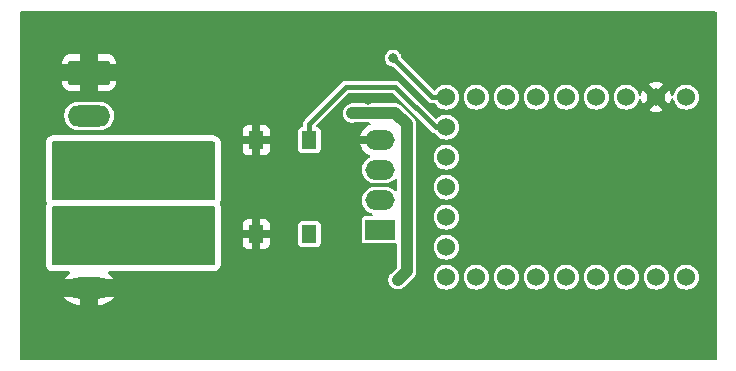
<source format=gbr>
%TF.GenerationSoftware,KiCad,Pcbnew,8.0.8*%
%TF.CreationDate,2025-10-03T16:42:55-04:00*%
%TF.ProjectId,RP2040_Count,52503230-3430-45f4-936f-756e742e6b69,v1*%
%TF.SameCoordinates,Original*%
%TF.FileFunction,Copper,L2,Bot*%
%TF.FilePolarity,Positive*%
%FSLAX46Y46*%
G04 Gerber Fmt 4.6, Leading zero omitted, Abs format (unit mm)*
G04 Created by KiCad (PCBNEW 8.0.8) date 2025-10-03 16:42:55*
%MOMM*%
%LPD*%
G01*
G04 APERTURE LIST*
G04 Aperture macros list*
%AMRoundRect*
0 Rectangle with rounded corners*
0 $1 Rounding radius*
0 $2 $3 $4 $5 $6 $7 $8 $9 X,Y pos of 4 corners*
0 Add a 4 corners polygon primitive as box body*
4,1,4,$2,$3,$4,$5,$6,$7,$8,$9,$2,$3,0*
0 Add four circle primitives for the rounded corners*
1,1,$1+$1,$2,$3*
1,1,$1+$1,$4,$5*
1,1,$1+$1,$6,$7*
1,1,$1+$1,$8,$9*
0 Add four rect primitives between the rounded corners*
20,1,$1+$1,$2,$3,$4,$5,0*
20,1,$1+$1,$4,$5,$6,$7,0*
20,1,$1+$1,$6,$7,$8,$9,0*
20,1,$1+$1,$8,$9,$2,$3,0*%
G04 Aperture macros list end*
%TA.AperFunction,ComponentPad*%
%ADD10C,1.524000*%
%TD*%
%TA.AperFunction,ComponentPad*%
%ADD11RoundRect,0.250000X-1.550000X0.650000X-1.550000X-0.650000X1.550000X-0.650000X1.550000X0.650000X0*%
%TD*%
%TA.AperFunction,ComponentPad*%
%ADD12O,3.600000X1.800000*%
%TD*%
%TA.AperFunction,ComponentPad*%
%ADD13RoundRect,0.291667X-1.508333X0.758333X-1.508333X-0.758333X1.508333X-0.758333X1.508333X0.758333X0*%
%TD*%
%TA.AperFunction,ComponentPad*%
%ADD14O,3.600000X2.100000*%
%TD*%
%TA.AperFunction,ComponentPad*%
%ADD15R,2.500000X1.700000*%
%TD*%
%TA.AperFunction,ComponentPad*%
%ADD16O,2.500000X1.700000*%
%TD*%
%TA.AperFunction,SMDPad,CuDef*%
%ADD17R,1.300000X1.550000*%
%TD*%
%TA.AperFunction,ViaPad*%
%ADD18C,0.800000*%
%TD*%
%TA.AperFunction,Conductor*%
%ADD19C,1.000000*%
%TD*%
%TA.AperFunction,Conductor*%
%ADD20C,0.400000*%
%TD*%
G04 APERTURE END LIST*
D10*
%TO.P,U5,1,5V*%
%TO.N,+5V*%
X155910000Y-79760000D03*
%TO.P,U5,2,GND*%
%TO.N,GND*%
X153370000Y-79760000D03*
%TO.P,U5,3,3V3*%
%TO.N,+3.3V*%
X150830000Y-79760000D03*
%TO.P,U5,4,GPIO29*%
%TO.N,unconnected-(U5-GPIO29-Pad4)*%
X148290000Y-79760000D03*
%TO.P,U5,5,GPIO28*%
%TO.N,unconnected-(U5-GPIO28-Pad5)*%
X145750000Y-79760000D03*
%TO.P,U5,6,GPIO27*%
%TO.N,unconnected-(U5-GPIO27-Pad6)*%
X143210000Y-79760000D03*
%TO.P,U5,7,GPIO26*%
%TO.N,unconnected-(U5-GPIO26-Pad7)_0*%
X140670000Y-79760000D03*
%TO.P,U5,8,GPIO15*%
%TO.N,unconnected-(U5-GPIO15-Pad8)_0*%
X138130000Y-79760000D03*
%TO.P,U5,9,GPIO14*%
%TO.N,OUT1*%
X135590000Y-79760000D03*
%TO.P,U5,10,GPIO13*%
%TO.N,SW1*%
X135600000Y-82300000D03*
%TO.P,U5,11,GPIO12*%
%TO.N,unconnected-(U5-GPIO12-Pad11)*%
X135600000Y-84840000D03*
%TO.P,U5,12,GPIO11*%
%TO.N,I2C_SCL*%
X135600000Y-87380000D03*
%TO.P,U5,13,GPIO10*%
%TO.N,I2C_SDA*%
X135600000Y-89920000D03*
%TO.P,U5,14,GPIO9*%
%TO.N,unconnected-(U5-GPIO9-Pad14)*%
X135600000Y-92460000D03*
%TO.P,U5,15,GPIO8*%
%TO.N,unconnected-(U5-GPIO8-Pad15)*%
X135590000Y-95000000D03*
%TO.P,U5,16,GPIO7*%
%TO.N,unconnected-(U5-GPIO7-Pad16)*%
X138130000Y-95000000D03*
%TO.P,U5,17,GPIO6*%
%TO.N,unconnected-(U5-GPIO6-Pad17)*%
X140670000Y-95000000D03*
%TO.P,U5,18,GPIO5*%
%TO.N,unconnected-(U5-GPIO5-Pad18)_0*%
X143210000Y-95000000D03*
%TO.P,U5,19,GPIO4*%
%TO.N,unconnected-(U5-GPIO4-Pad19)*%
X145750000Y-95000000D03*
%TO.P,U5,20,GPIO3*%
%TO.N,unconnected-(U5-GPIO3-Pad20)*%
X148290000Y-95000000D03*
%TO.P,U5,21,GPIO2*%
%TO.N,unconnected-(U5-GPIO2-Pad21)_0*%
X150830000Y-95000000D03*
%TO.P,U5,22,GPIO1*%
%TO.N,unconnected-(U5-GPIO1-Pad22)*%
X153370000Y-95000000D03*
%TO.P,U5,23,GPIO0*%
%TO.N,unconnected-(U5-GPIO0-Pad23)*%
X155910000Y-95000000D03*
%TD*%
D11*
%TO.P,TB1,1,P1*%
%TO.N,VIN1*%
X105357500Y-92112500D03*
D12*
%TO.P,TB1,2,P2*%
%TO.N,GND*%
X105357500Y-95922500D03*
%TD*%
D13*
%TO.P,J2,1,Pin_1*%
%TO.N,GND*%
X105357500Y-77680000D03*
D12*
%TO.P,J2,2,Pin_2*%
%TO.N,/DOUT1*%
X105357500Y-81340000D03*
D14*
%TO.P,J2,3,Pin_3*%
%TO.N,VOUT1*%
X105357500Y-85000000D03*
%TD*%
D15*
%TO.P,J3,1,Pin_1*%
%TO.N,I2C_SDA*%
X130000000Y-91000000D03*
D16*
%TO.P,J3,2,Pin_2*%
%TO.N,I2C_SCL*%
X130000000Y-88500000D03*
%TO.P,J3,3,Pin_3*%
%TO.N,+3.3V*%
X130000000Y-85900000D03*
%TO.P,J3,4,Pin_4*%
%TO.N,GND*%
X130000000Y-83400000D03*
%TD*%
D17*
%TO.P,SW1,1,1*%
%TO.N,SW1*%
X124000000Y-91350000D03*
X124000000Y-83400000D03*
%TO.P,SW1,2,2*%
%TO.N,GND*%
X119500000Y-91350000D03*
X119500000Y-83400000D03*
%TD*%
D18*
%TO.N,+5V*%
X127625000Y-81125000D03*
X131500000Y-95237500D03*
%TO.N,GND*%
X129000000Y-80000000D03*
X119900000Y-88900000D03*
X124400000Y-93900000D03*
X118000000Y-99000000D03*
X138200000Y-81900000D03*
X125800000Y-92300000D03*
X108000000Y-101000000D03*
X115900000Y-99000000D03*
X101000000Y-74000000D03*
X146000000Y-74000000D03*
X111800000Y-79500000D03*
X157000000Y-74000000D03*
X155900000Y-81900000D03*
X152000000Y-101000000D03*
X125600000Y-98000000D03*
X122200000Y-93900000D03*
X122200000Y-90700000D03*
X140000000Y-74000000D03*
X147050000Y-81900000D03*
X114200000Y-95100000D03*
X123300000Y-92900000D03*
X134000000Y-74000000D03*
X111800000Y-77100000D03*
X126500000Y-74000000D03*
X153700000Y-74200000D03*
X122000000Y-96500000D03*
X126000000Y-77500000D03*
X101000000Y-94500000D03*
X112800000Y-75400000D03*
X124400000Y-92900000D03*
X124000000Y-96500000D03*
X116000000Y-81500000D03*
X155900000Y-92800000D03*
X122000000Y-98000000D03*
X138100000Y-87400000D03*
X151450000Y-92800000D03*
X120500000Y-74000000D03*
X121200000Y-90700000D03*
X122900000Y-77400000D03*
X101000000Y-83500000D03*
X120200000Y-77400000D03*
X142625000Y-92800000D03*
X151475000Y-81900000D03*
X147000000Y-101000000D03*
X127950000Y-91100000D03*
X119700000Y-86900000D03*
X141000000Y-101000000D03*
X122200000Y-92900000D03*
X157500000Y-101000000D03*
X126000000Y-82000000D03*
X101000000Y-89000000D03*
X127000000Y-92300000D03*
X120100000Y-85600000D03*
X118200000Y-77700000D03*
X122200000Y-91800000D03*
X147000000Y-92800000D03*
X126900000Y-98000000D03*
X121000000Y-101000000D03*
X123000000Y-80900000D03*
X109000000Y-74000000D03*
X142625000Y-81900000D03*
X123000000Y-98000000D03*
X135000000Y-101000000D03*
X130600000Y-93200000D03*
X115000000Y-74000000D03*
X124000000Y-98000000D03*
X101000000Y-79700000D03*
X117500000Y-91100000D03*
X101000000Y-101000000D03*
X121300000Y-84000000D03*
X152300000Y-74200000D03*
X152300000Y-75600000D03*
X155900000Y-87500000D03*
X115900000Y-96600000D03*
X125800000Y-91100000D03*
X127000000Y-101000000D03*
X123300000Y-93900000D03*
X123000000Y-96500000D03*
X127000000Y-91100000D03*
X119600000Y-80900000D03*
X115000000Y-101000000D03*
X138200000Y-92800000D03*
%TO.N,VIN1*%
X113500000Y-90500000D03*
X114500000Y-90500000D03*
X112500000Y-93500000D03*
X115500000Y-92500000D03*
X115500000Y-89500000D03*
X111500000Y-93500000D03*
X113500000Y-89500000D03*
X111500000Y-90500000D03*
X112500000Y-89500000D03*
X113500000Y-93500000D03*
X110500000Y-89500000D03*
X114500000Y-89500000D03*
X114500000Y-93500000D03*
X110500000Y-93500000D03*
X115500000Y-93500000D03*
X111500000Y-89500000D03*
X115500000Y-91500000D03*
X115500000Y-90500000D03*
X110500000Y-91500000D03*
X110500000Y-90500000D03*
X112500000Y-90500000D03*
X110500000Y-92500000D03*
%TO.N,VOUT1*%
X115500000Y-86000000D03*
X115500000Y-85000000D03*
X112500000Y-84000000D03*
X111500000Y-84000000D03*
X115500000Y-84000000D03*
X115500000Y-87000000D03*
X110500000Y-85000000D03*
X112500000Y-88000000D03*
X114500000Y-84000000D03*
X110500000Y-86000000D03*
X111500000Y-88000000D03*
X113500000Y-88000000D03*
X110500000Y-88000000D03*
X110500000Y-87000000D03*
X111500000Y-87000000D03*
X115500000Y-88000000D03*
X110500000Y-84000000D03*
X114500000Y-87000000D03*
X113500000Y-84000000D03*
X113500000Y-87000000D03*
X112500000Y-87000000D03*
X114500000Y-88000000D03*
%TO.N,OUT1*%
X131100000Y-76450000D03*
%TD*%
D19*
%TO.N,+5V*%
X127625000Y-81125000D02*
X127650000Y-81100000D01*
X132250000Y-94487500D02*
X131500000Y-95237500D01*
X127650000Y-81100000D02*
X131300000Y-81100000D01*
X132250000Y-82050000D02*
X132250000Y-94487500D01*
X131300000Y-81100000D02*
X132250000Y-82050000D01*
D20*
%TO.N,SW1*%
X134700000Y-82300000D02*
X131300000Y-78900000D01*
X135600000Y-82300000D02*
X134700000Y-82300000D01*
X131300000Y-78900000D02*
X127100000Y-78900000D01*
X124000000Y-82000000D02*
X124000000Y-83400000D01*
X127100000Y-78900000D02*
X124000000Y-82000000D01*
%TO.N,OUT1*%
X131100000Y-76450000D02*
X134410000Y-79760000D01*
X134410000Y-79760000D02*
X135590000Y-79760000D01*
%TD*%
%TA.AperFunction,Conductor*%
%TO.N,GND*%
G36*
X158443039Y-72519685D02*
G01*
X158488794Y-72572489D01*
X158500000Y-72624000D01*
X158500000Y-101876000D01*
X158480315Y-101943039D01*
X158427511Y-101988794D01*
X158376000Y-102000000D01*
X99624000Y-102000000D01*
X99556961Y-101980315D01*
X99511206Y-101927511D01*
X99500000Y-101876000D01*
X99500000Y-96672500D01*
X103271912Y-96672500D01*
X103389637Y-96834535D01*
X103389642Y-96834541D01*
X103545458Y-96990357D01*
X103723739Y-97119886D01*
X103920089Y-97219932D01*
X104129664Y-97288026D01*
X104347319Y-97322500D01*
X104607500Y-97322500D01*
X104607500Y-96672500D01*
X106107500Y-96672500D01*
X106107500Y-97322500D01*
X106367681Y-97322500D01*
X106585335Y-97288026D01*
X106794910Y-97219932D01*
X106991260Y-97119886D01*
X107169541Y-96990357D01*
X107325357Y-96834541D01*
X107325362Y-96834535D01*
X107443087Y-96672500D01*
X106107500Y-96672500D01*
X104607500Y-96672500D01*
X103271912Y-96672500D01*
X99500000Y-96672500D01*
X99500000Y-96001491D01*
X104757500Y-96001491D01*
X104798389Y-96154091D01*
X104877381Y-96290908D01*
X104989092Y-96402619D01*
X105125909Y-96481611D01*
X105278509Y-96522500D01*
X105436491Y-96522500D01*
X105589091Y-96481611D01*
X105725908Y-96402619D01*
X105837619Y-96290908D01*
X105916611Y-96154091D01*
X105957500Y-96001491D01*
X105957500Y-95843509D01*
X105916611Y-95690909D01*
X105837619Y-95554092D01*
X105725908Y-95442381D01*
X105589091Y-95363389D01*
X105436491Y-95322500D01*
X105278509Y-95322500D01*
X105125909Y-95363389D01*
X104989092Y-95442381D01*
X104877381Y-95554092D01*
X104798389Y-95690909D01*
X104757500Y-95843509D01*
X104757500Y-96001491D01*
X99500000Y-96001491D01*
X99500000Y-93876000D01*
X101694500Y-93876000D01*
X101694501Y-93876009D01*
X101706052Y-93983450D01*
X101706054Y-93983462D01*
X101717260Y-94034972D01*
X101751383Y-94137497D01*
X101751386Y-94137503D01*
X101829171Y-94258537D01*
X101829179Y-94258548D01*
X101874923Y-94311340D01*
X101874926Y-94311343D01*
X101874930Y-94311347D01*
X101983664Y-94405567D01*
X101983667Y-94405568D01*
X101983668Y-94405569D01*
X102077925Y-94448616D01*
X102114541Y-94465338D01*
X102181580Y-94485023D01*
X102181584Y-94485024D01*
X102324000Y-94505500D01*
X102324003Y-94505500D01*
X103644378Y-94505500D01*
X103711417Y-94525185D01*
X103757172Y-94577989D01*
X103767116Y-94647147D01*
X103738091Y-94710703D01*
X103717264Y-94729818D01*
X103545458Y-94854642D01*
X103389642Y-95010458D01*
X103389637Y-95010464D01*
X103271912Y-95172499D01*
X103271912Y-95172500D01*
X107443088Y-95172500D01*
X107443087Y-95172499D01*
X107325362Y-95010464D01*
X107325357Y-95010458D01*
X107169541Y-94854642D01*
X106997736Y-94729818D01*
X106955071Y-94674488D01*
X106949092Y-94604875D01*
X106981698Y-94543080D01*
X107042537Y-94508722D01*
X107070622Y-94505500D01*
X115875990Y-94505500D01*
X115876000Y-94505500D01*
X115983456Y-94493947D01*
X116034967Y-94482741D01*
X116069197Y-94471347D01*
X116137497Y-94448616D01*
X116137501Y-94448613D01*
X116137504Y-94448613D01*
X116258543Y-94370825D01*
X116311347Y-94325070D01*
X116405567Y-94216336D01*
X116465338Y-94085459D01*
X116485023Y-94018420D01*
X116485024Y-94018416D01*
X116505500Y-93876000D01*
X116505500Y-91700000D01*
X118350000Y-91700000D01*
X118350000Y-92172844D01*
X118356401Y-92232372D01*
X118356403Y-92232379D01*
X118406645Y-92367086D01*
X118406649Y-92367093D01*
X118492809Y-92482187D01*
X118492812Y-92482190D01*
X118607906Y-92568350D01*
X118607913Y-92568354D01*
X118742620Y-92618596D01*
X118742627Y-92618598D01*
X118802155Y-92624999D01*
X118802172Y-92625000D01*
X119150000Y-92625000D01*
X119150000Y-91700000D01*
X119850000Y-91700000D01*
X119850000Y-92625000D01*
X120197828Y-92625000D01*
X120197844Y-92624999D01*
X120257372Y-92618598D01*
X120257379Y-92618596D01*
X120392086Y-92568354D01*
X120392093Y-92568350D01*
X120507187Y-92482190D01*
X120507190Y-92482187D01*
X120593350Y-92367093D01*
X120593354Y-92367086D01*
X120643596Y-92232379D01*
X120643598Y-92232372D01*
X120649999Y-92172844D01*
X120650000Y-92172827D01*
X120650000Y-92169856D01*
X123049500Y-92169856D01*
X123049502Y-92169882D01*
X123052413Y-92194987D01*
X123052415Y-92194991D01*
X123097793Y-92297764D01*
X123097794Y-92297765D01*
X123177235Y-92377206D01*
X123280009Y-92422585D01*
X123305135Y-92425500D01*
X124694864Y-92425499D01*
X124694879Y-92425497D01*
X124694882Y-92425497D01*
X124719987Y-92422586D01*
X124719988Y-92422585D01*
X124719991Y-92422585D01*
X124822765Y-92377206D01*
X124902206Y-92297765D01*
X124947585Y-92194991D01*
X124950500Y-92169865D01*
X124950499Y-90530136D01*
X124950497Y-90530117D01*
X124947586Y-90505012D01*
X124947585Y-90505010D01*
X124947585Y-90505009D01*
X124902206Y-90402235D01*
X124822765Y-90322794D01*
X124822763Y-90322793D01*
X124719992Y-90277415D01*
X124694865Y-90274500D01*
X123305143Y-90274500D01*
X123305117Y-90274502D01*
X123280012Y-90277413D01*
X123280008Y-90277415D01*
X123177235Y-90322793D01*
X123097794Y-90402234D01*
X123052415Y-90505006D01*
X123052415Y-90505008D01*
X123049500Y-90530131D01*
X123049500Y-92169856D01*
X120650000Y-92169856D01*
X120650000Y-91700000D01*
X119850000Y-91700000D01*
X119150000Y-91700000D01*
X118350000Y-91700000D01*
X116505500Y-91700000D01*
X116505500Y-91000000D01*
X118350000Y-91000000D01*
X119150000Y-91000000D01*
X119150000Y-90075000D01*
X119850000Y-90075000D01*
X119850000Y-91000000D01*
X120650000Y-91000000D01*
X120650000Y-90527172D01*
X120649999Y-90527155D01*
X120643598Y-90467627D01*
X120643596Y-90467620D01*
X120593354Y-90332913D01*
X120593350Y-90332906D01*
X120507190Y-90217812D01*
X120507187Y-90217809D01*
X120392093Y-90131649D01*
X120392086Y-90131645D01*
X120257379Y-90081403D01*
X120257372Y-90081401D01*
X120197844Y-90075000D01*
X119850000Y-90075000D01*
X119150000Y-90075000D01*
X118802155Y-90075000D01*
X118742627Y-90081401D01*
X118742620Y-90081403D01*
X118607913Y-90131645D01*
X118607906Y-90131649D01*
X118492812Y-90217809D01*
X118492809Y-90217812D01*
X118406649Y-90332906D01*
X118406645Y-90332913D01*
X118356403Y-90467620D01*
X118356401Y-90467627D01*
X118350000Y-90527155D01*
X118350000Y-91000000D01*
X116505500Y-91000000D01*
X116505500Y-89124000D01*
X116493947Y-89016544D01*
X116482741Y-88965033D01*
X116472289Y-88933629D01*
X116448616Y-88862502D01*
X116448613Y-88862497D01*
X116448613Y-88862496D01*
X116419565Y-88817297D01*
X116399881Y-88750260D01*
X116411087Y-88698748D01*
X116465338Y-88579959D01*
X116485023Y-88512920D01*
X116485024Y-88512916D01*
X116505500Y-88370500D01*
X116505500Y-83750000D01*
X118350000Y-83750000D01*
X118350000Y-84222844D01*
X118356401Y-84282372D01*
X118356403Y-84282379D01*
X118406645Y-84417086D01*
X118406649Y-84417093D01*
X118492809Y-84532187D01*
X118492812Y-84532190D01*
X118607906Y-84618350D01*
X118607913Y-84618354D01*
X118742620Y-84668596D01*
X118742627Y-84668598D01*
X118802155Y-84674999D01*
X118802172Y-84675000D01*
X119150000Y-84675000D01*
X119150000Y-83750000D01*
X119850000Y-83750000D01*
X119850000Y-84675000D01*
X120197828Y-84675000D01*
X120197844Y-84674999D01*
X120257372Y-84668598D01*
X120257379Y-84668596D01*
X120392086Y-84618354D01*
X120392093Y-84618350D01*
X120507187Y-84532190D01*
X120507190Y-84532187D01*
X120593350Y-84417093D01*
X120593354Y-84417086D01*
X120643596Y-84282379D01*
X120643598Y-84282372D01*
X120649999Y-84222844D01*
X120650000Y-84222827D01*
X120650000Y-84219856D01*
X123049500Y-84219856D01*
X123049502Y-84219882D01*
X123052413Y-84244987D01*
X123052415Y-84244991D01*
X123097793Y-84347764D01*
X123097794Y-84347765D01*
X123177235Y-84427206D01*
X123280009Y-84472585D01*
X123305135Y-84475500D01*
X124694864Y-84475499D01*
X124694879Y-84475497D01*
X124694882Y-84475497D01*
X124719987Y-84472586D01*
X124719988Y-84472585D01*
X124719991Y-84472585D01*
X124822765Y-84427206D01*
X124902206Y-84347765D01*
X124947585Y-84244991D01*
X124950500Y-84219865D01*
X124950499Y-82580136D01*
X124950497Y-82580117D01*
X124947586Y-82555012D01*
X124947585Y-82555010D01*
X124947585Y-82555009D01*
X124902206Y-82452235D01*
X124822765Y-82372794D01*
X124809097Y-82366759D01*
X124719992Y-82327415D01*
X124694868Y-82324500D01*
X124694865Y-82324500D01*
X124682676Y-82324500D01*
X124615637Y-82304815D01*
X124569882Y-82252011D01*
X124559938Y-82182853D01*
X124588963Y-82119297D01*
X124594995Y-82112819D01*
X125503968Y-81203846D01*
X126824500Y-81203846D01*
X126855261Y-81358489D01*
X126855264Y-81358501D01*
X126915602Y-81504172D01*
X126915609Y-81504185D01*
X127003210Y-81635288D01*
X127003213Y-81635292D01*
X127114707Y-81746786D01*
X127114711Y-81746789D01*
X127245814Y-81834390D01*
X127245827Y-81834397D01*
X127391498Y-81894735D01*
X127391503Y-81894737D01*
X127519438Y-81920185D01*
X127546153Y-81925499D01*
X127546156Y-81925500D01*
X127546158Y-81925500D01*
X127703844Y-81925500D01*
X127782354Y-81909882D01*
X127817545Y-81902882D01*
X127841736Y-81900500D01*
X129063388Y-81900500D01*
X129130427Y-81920185D01*
X129176182Y-81972989D01*
X129186126Y-82042147D01*
X129157101Y-82105703D01*
X129101706Y-82142431D01*
X129081782Y-82148904D01*
X128892442Y-82245379D01*
X128720540Y-82370272D01*
X128720535Y-82370276D01*
X128570276Y-82520535D01*
X128570272Y-82520540D01*
X128445379Y-82692442D01*
X128348907Y-82881777D01*
X128294248Y-83049999D01*
X128294248Y-83050000D01*
X129642894Y-83050000D01*
X129599901Y-83092993D01*
X129534075Y-83207007D01*
X129500000Y-83334174D01*
X129500000Y-83465826D01*
X129534075Y-83592993D01*
X129599901Y-83707007D01*
X129642894Y-83750000D01*
X128294248Y-83750000D01*
X128348907Y-83918222D01*
X128445379Y-84107557D01*
X128570272Y-84279459D01*
X128570276Y-84279464D01*
X128720535Y-84429723D01*
X128720540Y-84429727D01*
X128892442Y-84554620D01*
X129082511Y-84651466D01*
X129133307Y-84699441D01*
X129150102Y-84767262D01*
X129127565Y-84833397D01*
X129082512Y-84872435D01*
X128997004Y-84916004D01*
X128850505Y-85022441D01*
X128850500Y-85022445D01*
X128722445Y-85150500D01*
X128722441Y-85150505D01*
X128616006Y-85297002D01*
X128533788Y-85458360D01*
X128533787Y-85458363D01*
X128477829Y-85630589D01*
X128449500Y-85809448D01*
X128449500Y-85990551D01*
X128477829Y-86169410D01*
X128533787Y-86341636D01*
X128533788Y-86341639D01*
X128560279Y-86393629D01*
X128610549Y-86492289D01*
X128616006Y-86502997D01*
X128722441Y-86649494D01*
X128722445Y-86649499D01*
X128850500Y-86777554D01*
X128850505Y-86777558D01*
X128978287Y-86870396D01*
X128997006Y-86883996D01*
X129102484Y-86937740D01*
X129158360Y-86966211D01*
X129158363Y-86966212D01*
X129244476Y-86994191D01*
X129330591Y-87022171D01*
X129413429Y-87035291D01*
X129509449Y-87050500D01*
X129509454Y-87050500D01*
X130490551Y-87050500D01*
X130577259Y-87036765D01*
X130669409Y-87022171D01*
X130841639Y-86966211D01*
X131002994Y-86883996D01*
X131149501Y-86777553D01*
X131237819Y-86689235D01*
X131299142Y-86655750D01*
X131368834Y-86660734D01*
X131424767Y-86702606D01*
X131449184Y-86768070D01*
X131449500Y-86776916D01*
X131449500Y-87623084D01*
X131429815Y-87690123D01*
X131377011Y-87735878D01*
X131307853Y-87745822D01*
X131244297Y-87716797D01*
X131237819Y-87710765D01*
X131149499Y-87622445D01*
X131149494Y-87622441D01*
X131002997Y-87516006D01*
X131002996Y-87516005D01*
X131002994Y-87516004D01*
X130951300Y-87489664D01*
X130841639Y-87433788D01*
X130841636Y-87433787D01*
X130669410Y-87377829D01*
X130490551Y-87349500D01*
X130490546Y-87349500D01*
X129509454Y-87349500D01*
X129509449Y-87349500D01*
X129330589Y-87377829D01*
X129158363Y-87433787D01*
X129158360Y-87433788D01*
X128997002Y-87516006D01*
X128850505Y-87622441D01*
X128850500Y-87622445D01*
X128722445Y-87750500D01*
X128722441Y-87750505D01*
X128616006Y-87897002D01*
X128533788Y-88058360D01*
X128533787Y-88058363D01*
X128477829Y-88230589D01*
X128449500Y-88409448D01*
X128449500Y-88590551D01*
X128477829Y-88769410D01*
X128533787Y-88941636D01*
X128533788Y-88941639D01*
X128616006Y-89102997D01*
X128722441Y-89249494D01*
X128722445Y-89249499D01*
X128850500Y-89377554D01*
X128850505Y-89377558D01*
X128978287Y-89470396D01*
X128997006Y-89483996D01*
X129102484Y-89537740D01*
X129158360Y-89566211D01*
X129158366Y-89566213D01*
X129285650Y-89607569D01*
X129343326Y-89647006D01*
X129370525Y-89711364D01*
X129358611Y-89780210D01*
X129311367Y-89831687D01*
X129247333Y-89849500D01*
X128705143Y-89849500D01*
X128705117Y-89849502D01*
X128680012Y-89852413D01*
X128680008Y-89852415D01*
X128577235Y-89897793D01*
X128497794Y-89977234D01*
X128452415Y-90080006D01*
X128452415Y-90080008D01*
X128449500Y-90105131D01*
X128449500Y-91894856D01*
X128449502Y-91894882D01*
X128452413Y-91919987D01*
X128452415Y-91919991D01*
X128497793Y-92022764D01*
X128497794Y-92022765D01*
X128577235Y-92102206D01*
X128680009Y-92147585D01*
X128705135Y-92150500D01*
X131294864Y-92150499D01*
X131307933Y-92148983D01*
X131311214Y-92148603D01*
X131380075Y-92160433D01*
X131431609Y-92207613D01*
X131449500Y-92271777D01*
X131449500Y-94104559D01*
X131429815Y-94171598D01*
X131413181Y-94192240D01*
X130878213Y-94727207D01*
X130878210Y-94727211D01*
X130790609Y-94858314D01*
X130790602Y-94858327D01*
X130730264Y-95003998D01*
X130730261Y-95004010D01*
X130699500Y-95158653D01*
X130699500Y-95316346D01*
X130730261Y-95470989D01*
X130730264Y-95471001D01*
X130790602Y-95616672D01*
X130790609Y-95616685D01*
X130878210Y-95747788D01*
X130878213Y-95747792D01*
X130989707Y-95859286D01*
X130989711Y-95859289D01*
X131120814Y-95946890D01*
X131120827Y-95946897D01*
X131216125Y-95986370D01*
X131266503Y-96007237D01*
X131421153Y-96037999D01*
X131421156Y-96038000D01*
X131421158Y-96038000D01*
X131578844Y-96038000D01*
X131578845Y-96037999D01*
X131733497Y-96007237D01*
X131879179Y-95946894D01*
X132010289Y-95859289D01*
X132869578Y-95000000D01*
X134522359Y-95000000D01*
X134542872Y-95208284D01*
X134603629Y-95408571D01*
X134702291Y-95593153D01*
X134835063Y-95754936D01*
X134996846Y-95887708D01*
X134996850Y-95887711D01*
X135181431Y-95986372D01*
X135381714Y-96047127D01*
X135590000Y-96067641D01*
X135798286Y-96047127D01*
X135998569Y-95986372D01*
X136183150Y-95887711D01*
X136344936Y-95754936D01*
X136477711Y-95593150D01*
X136576372Y-95408569D01*
X136637127Y-95208286D01*
X136657641Y-95000000D01*
X137062359Y-95000000D01*
X137082872Y-95208284D01*
X137143629Y-95408571D01*
X137242291Y-95593153D01*
X137375063Y-95754936D01*
X137536846Y-95887708D01*
X137536850Y-95887711D01*
X137721431Y-95986372D01*
X137921714Y-96047127D01*
X138130000Y-96067641D01*
X138338286Y-96047127D01*
X138538569Y-95986372D01*
X138723150Y-95887711D01*
X138884936Y-95754936D01*
X139017711Y-95593150D01*
X139116372Y-95408569D01*
X139177127Y-95208286D01*
X139197641Y-95000000D01*
X139602359Y-95000000D01*
X139622872Y-95208284D01*
X139683629Y-95408571D01*
X139782291Y-95593153D01*
X139915063Y-95754936D01*
X140076846Y-95887708D01*
X140076850Y-95887711D01*
X140261431Y-95986372D01*
X140461714Y-96047127D01*
X140670000Y-96067641D01*
X140878286Y-96047127D01*
X141078569Y-95986372D01*
X141263150Y-95887711D01*
X141424936Y-95754936D01*
X141557711Y-95593150D01*
X141656372Y-95408569D01*
X141717127Y-95208286D01*
X141737641Y-95000000D01*
X142142359Y-95000000D01*
X142162872Y-95208284D01*
X142223629Y-95408571D01*
X142322291Y-95593153D01*
X142455063Y-95754936D01*
X142616846Y-95887708D01*
X142616850Y-95887711D01*
X142801431Y-95986372D01*
X143001714Y-96047127D01*
X143210000Y-96067641D01*
X143418286Y-96047127D01*
X143618569Y-95986372D01*
X143803150Y-95887711D01*
X143964936Y-95754936D01*
X144097711Y-95593150D01*
X144196372Y-95408569D01*
X144257127Y-95208286D01*
X144277641Y-95000000D01*
X144682359Y-95000000D01*
X144702872Y-95208284D01*
X144763629Y-95408571D01*
X144862291Y-95593153D01*
X144995063Y-95754936D01*
X145156846Y-95887708D01*
X145156850Y-95887711D01*
X145341431Y-95986372D01*
X145541714Y-96047127D01*
X145750000Y-96067641D01*
X145958286Y-96047127D01*
X146158569Y-95986372D01*
X146343150Y-95887711D01*
X146504936Y-95754936D01*
X146637711Y-95593150D01*
X146736372Y-95408569D01*
X146797127Y-95208286D01*
X146817641Y-95000000D01*
X147222359Y-95000000D01*
X147242872Y-95208284D01*
X147303629Y-95408571D01*
X147402291Y-95593153D01*
X147535063Y-95754936D01*
X147696846Y-95887708D01*
X147696850Y-95887711D01*
X147881431Y-95986372D01*
X148081714Y-96047127D01*
X148290000Y-96067641D01*
X148498286Y-96047127D01*
X148698569Y-95986372D01*
X148883150Y-95887711D01*
X149044936Y-95754936D01*
X149177711Y-95593150D01*
X149276372Y-95408569D01*
X149337127Y-95208286D01*
X149357641Y-95000000D01*
X149762359Y-95000000D01*
X149782872Y-95208284D01*
X149843629Y-95408571D01*
X149942291Y-95593153D01*
X150075063Y-95754936D01*
X150236846Y-95887708D01*
X150236850Y-95887711D01*
X150421431Y-95986372D01*
X150621714Y-96047127D01*
X150830000Y-96067641D01*
X151038286Y-96047127D01*
X151238569Y-95986372D01*
X151423150Y-95887711D01*
X151584936Y-95754936D01*
X151717711Y-95593150D01*
X151816372Y-95408569D01*
X151877127Y-95208286D01*
X151897641Y-95000000D01*
X152302359Y-95000000D01*
X152322872Y-95208284D01*
X152383629Y-95408571D01*
X152482291Y-95593153D01*
X152615063Y-95754936D01*
X152776846Y-95887708D01*
X152776850Y-95887711D01*
X152961431Y-95986372D01*
X153161714Y-96047127D01*
X153370000Y-96067641D01*
X153578286Y-96047127D01*
X153778569Y-95986372D01*
X153963150Y-95887711D01*
X154124936Y-95754936D01*
X154257711Y-95593150D01*
X154356372Y-95408569D01*
X154417127Y-95208286D01*
X154437641Y-95000000D01*
X154842359Y-95000000D01*
X154862872Y-95208284D01*
X154923629Y-95408571D01*
X155022291Y-95593153D01*
X155155063Y-95754936D01*
X155316846Y-95887708D01*
X155316850Y-95887711D01*
X155501431Y-95986372D01*
X155701714Y-96047127D01*
X155910000Y-96067641D01*
X156118286Y-96047127D01*
X156318569Y-95986372D01*
X156503150Y-95887711D01*
X156664936Y-95754936D01*
X156797711Y-95593150D01*
X156896372Y-95408569D01*
X156957127Y-95208286D01*
X156977641Y-95000000D01*
X156957127Y-94791714D01*
X156896372Y-94591431D01*
X156797711Y-94406850D01*
X156796658Y-94405567D01*
X156664936Y-94245063D01*
X156503153Y-94112291D01*
X156503151Y-94112290D01*
X156503150Y-94112289D01*
X156318569Y-94013628D01*
X156218427Y-93983250D01*
X156118284Y-93952872D01*
X155910000Y-93932359D01*
X155701715Y-93952872D01*
X155501428Y-94013629D01*
X155316846Y-94112291D01*
X155155063Y-94245063D01*
X155022291Y-94406846D01*
X154923629Y-94591428D01*
X154862872Y-94791715D01*
X154842359Y-95000000D01*
X154437641Y-95000000D01*
X154417127Y-94791714D01*
X154356372Y-94591431D01*
X154257711Y-94406850D01*
X154256658Y-94405567D01*
X154124936Y-94245063D01*
X153963153Y-94112291D01*
X153963151Y-94112290D01*
X153963150Y-94112289D01*
X153778569Y-94013628D01*
X153678427Y-93983250D01*
X153578284Y-93952872D01*
X153370000Y-93932359D01*
X153161715Y-93952872D01*
X152961428Y-94013629D01*
X152776846Y-94112291D01*
X152615063Y-94245063D01*
X152482291Y-94406846D01*
X152383629Y-94591428D01*
X152322872Y-94791715D01*
X152302359Y-95000000D01*
X151897641Y-95000000D01*
X151877127Y-94791714D01*
X151816372Y-94591431D01*
X151717711Y-94406850D01*
X151716658Y-94405567D01*
X151584936Y-94245063D01*
X151423153Y-94112291D01*
X151423151Y-94112290D01*
X151423150Y-94112289D01*
X151238569Y-94013628D01*
X151138427Y-93983250D01*
X151038284Y-93952872D01*
X150830000Y-93932359D01*
X150621715Y-93952872D01*
X150421428Y-94013629D01*
X150236846Y-94112291D01*
X150075063Y-94245063D01*
X149942291Y-94406846D01*
X149843629Y-94591428D01*
X149782872Y-94791715D01*
X149762359Y-95000000D01*
X149357641Y-95000000D01*
X149337127Y-94791714D01*
X149276372Y-94591431D01*
X149177711Y-94406850D01*
X149176658Y-94405567D01*
X149044936Y-94245063D01*
X148883153Y-94112291D01*
X148883151Y-94112290D01*
X148883150Y-94112289D01*
X148698569Y-94013628D01*
X148598427Y-93983250D01*
X148498284Y-93952872D01*
X148290000Y-93932359D01*
X148081715Y-93952872D01*
X147881428Y-94013629D01*
X147696846Y-94112291D01*
X147535063Y-94245063D01*
X147402291Y-94406846D01*
X147303629Y-94591428D01*
X147242872Y-94791715D01*
X147222359Y-95000000D01*
X146817641Y-95000000D01*
X146797127Y-94791714D01*
X146736372Y-94591431D01*
X146637711Y-94406850D01*
X146636658Y-94405567D01*
X146504936Y-94245063D01*
X146343153Y-94112291D01*
X146343151Y-94112290D01*
X146343150Y-94112289D01*
X146158569Y-94013628D01*
X146058427Y-93983250D01*
X145958284Y-93952872D01*
X145750000Y-93932359D01*
X145541715Y-93952872D01*
X145341428Y-94013629D01*
X145156846Y-94112291D01*
X144995063Y-94245063D01*
X144862291Y-94406846D01*
X144763629Y-94591428D01*
X144702872Y-94791715D01*
X144682359Y-95000000D01*
X144277641Y-95000000D01*
X144257127Y-94791714D01*
X144196372Y-94591431D01*
X144097711Y-94406850D01*
X144096658Y-94405567D01*
X143964936Y-94245063D01*
X143803153Y-94112291D01*
X143803151Y-94112290D01*
X143803150Y-94112289D01*
X143618569Y-94013628D01*
X143518427Y-93983250D01*
X143418284Y-93952872D01*
X143210000Y-93932359D01*
X143001715Y-93952872D01*
X142801428Y-94013629D01*
X142616846Y-94112291D01*
X142455063Y-94245063D01*
X142322291Y-94406846D01*
X142223629Y-94591428D01*
X142162872Y-94791715D01*
X142142359Y-95000000D01*
X141737641Y-95000000D01*
X141717127Y-94791714D01*
X141656372Y-94591431D01*
X141557711Y-94406850D01*
X141556658Y-94405567D01*
X141424936Y-94245063D01*
X141263153Y-94112291D01*
X141263151Y-94112290D01*
X141263150Y-94112289D01*
X141078569Y-94013628D01*
X140978427Y-93983250D01*
X140878284Y-93952872D01*
X140670000Y-93932359D01*
X140461715Y-93952872D01*
X140261428Y-94013629D01*
X140076846Y-94112291D01*
X139915063Y-94245063D01*
X139782291Y-94406846D01*
X139683629Y-94591428D01*
X139622872Y-94791715D01*
X139602359Y-95000000D01*
X139197641Y-95000000D01*
X139177127Y-94791714D01*
X139116372Y-94591431D01*
X139017711Y-94406850D01*
X139016658Y-94405567D01*
X138884936Y-94245063D01*
X138723153Y-94112291D01*
X138723151Y-94112290D01*
X138723150Y-94112289D01*
X138538569Y-94013628D01*
X138438427Y-93983250D01*
X138338284Y-93952872D01*
X138130000Y-93932359D01*
X137921715Y-93952872D01*
X137721428Y-94013629D01*
X137536846Y-94112291D01*
X137375063Y-94245063D01*
X137242291Y-94406846D01*
X137143629Y-94591428D01*
X137082872Y-94791715D01*
X137062359Y-95000000D01*
X136657641Y-95000000D01*
X136637127Y-94791714D01*
X136576372Y-94591431D01*
X136477711Y-94406850D01*
X136476658Y-94405567D01*
X136344936Y-94245063D01*
X136183153Y-94112291D01*
X136183151Y-94112290D01*
X136183150Y-94112289D01*
X135998569Y-94013628D01*
X135898427Y-93983250D01*
X135798284Y-93952872D01*
X135590000Y-93932359D01*
X135381715Y-93952872D01*
X135181428Y-94013629D01*
X134996846Y-94112291D01*
X134835063Y-94245063D01*
X134702291Y-94406846D01*
X134603629Y-94591428D01*
X134542872Y-94791715D01*
X134522359Y-95000000D01*
X132869578Y-95000000D01*
X132871789Y-94997789D01*
X132915161Y-94932878D01*
X132959394Y-94866679D01*
X132962854Y-94858327D01*
X133017163Y-94727211D01*
X133019737Y-94720997D01*
X133028451Y-94677189D01*
X133034427Y-94647147D01*
X133050500Y-94566345D01*
X133050500Y-92460000D01*
X134532359Y-92460000D01*
X134552872Y-92668284D01*
X134613629Y-92868571D01*
X134712291Y-93053153D01*
X134845063Y-93214936D01*
X135006846Y-93347708D01*
X135006850Y-93347711D01*
X135191431Y-93446372D01*
X135391714Y-93507127D01*
X135600000Y-93527641D01*
X135808286Y-93507127D01*
X136008569Y-93446372D01*
X136193150Y-93347711D01*
X136354936Y-93214936D01*
X136487711Y-93053150D01*
X136586372Y-92868569D01*
X136647127Y-92668286D01*
X136667641Y-92460000D01*
X136647127Y-92251714D01*
X136586372Y-92051431D01*
X136487711Y-91866850D01*
X136487708Y-91866846D01*
X136354936Y-91705063D01*
X136193153Y-91572291D01*
X136193151Y-91572290D01*
X136193150Y-91572289D01*
X136008569Y-91473628D01*
X135908427Y-91443250D01*
X135808284Y-91412872D01*
X135600000Y-91392359D01*
X135391715Y-91412872D01*
X135191428Y-91473629D01*
X135006846Y-91572291D01*
X134845063Y-91705063D01*
X134712291Y-91866846D01*
X134613629Y-92051428D01*
X134552872Y-92251715D01*
X134532359Y-92460000D01*
X133050500Y-92460000D01*
X133050500Y-89920000D01*
X134532359Y-89920000D01*
X134552872Y-90128284D01*
X134552873Y-90128286D01*
X134613628Y-90328569D01*
X134707939Y-90505012D01*
X134712291Y-90513153D01*
X134845063Y-90674936D01*
X135006846Y-90807708D01*
X135006850Y-90807711D01*
X135191431Y-90906372D01*
X135391714Y-90967127D01*
X135600000Y-90987641D01*
X135808286Y-90967127D01*
X136008569Y-90906372D01*
X136193150Y-90807711D01*
X136354936Y-90674936D01*
X136487711Y-90513150D01*
X136586372Y-90328569D01*
X136647127Y-90128286D01*
X136667641Y-89920000D01*
X136647127Y-89711714D01*
X136586372Y-89511431D01*
X136487711Y-89326850D01*
X136487708Y-89326846D01*
X136354936Y-89165063D01*
X136193153Y-89032291D01*
X136193151Y-89032290D01*
X136193150Y-89032289D01*
X136035942Y-88948259D01*
X136008571Y-88933629D01*
X136008570Y-88933628D01*
X136008569Y-88933628D01*
X135908427Y-88903250D01*
X135808284Y-88872872D01*
X135600000Y-88852359D01*
X135391715Y-88872872D01*
X135191428Y-88933629D01*
X135006846Y-89032291D01*
X134845063Y-89165063D01*
X134712291Y-89326846D01*
X134613629Y-89511428D01*
X134552872Y-89711715D01*
X134532359Y-89920000D01*
X133050500Y-89920000D01*
X133050500Y-87380000D01*
X134532359Y-87380000D01*
X134552872Y-87588284D01*
X134563429Y-87623084D01*
X134602081Y-87750505D01*
X134613629Y-87788571D01*
X134712291Y-87973153D01*
X134845063Y-88134936D01*
X134961619Y-88230591D01*
X135006850Y-88267711D01*
X135191431Y-88366372D01*
X135391714Y-88427127D01*
X135600000Y-88447641D01*
X135808286Y-88427127D01*
X136008569Y-88366372D01*
X136193150Y-88267711D01*
X136354936Y-88134936D01*
X136487711Y-87973150D01*
X136586372Y-87788569D01*
X136647127Y-87588286D01*
X136667641Y-87380000D01*
X136647127Y-87171714D01*
X136586372Y-86971431D01*
X136487711Y-86786850D01*
X136487708Y-86786846D01*
X136354936Y-86625063D01*
X136193153Y-86492291D01*
X136193151Y-86492290D01*
X136193150Y-86492289D01*
X136008569Y-86393628D01*
X135908427Y-86363250D01*
X135808284Y-86332872D01*
X135600000Y-86312359D01*
X135391715Y-86332872D01*
X135191428Y-86393629D01*
X135006846Y-86492291D01*
X134845063Y-86625063D01*
X134712291Y-86786846D01*
X134613629Y-86971428D01*
X134552872Y-87171715D01*
X134532359Y-87380000D01*
X133050500Y-87380000D01*
X133050500Y-84840000D01*
X134532359Y-84840000D01*
X134552872Y-85048284D01*
X134579444Y-85135878D01*
X134613628Y-85248569D01*
X134708234Y-85425564D01*
X134712291Y-85433153D01*
X134845063Y-85594936D01*
X135006846Y-85727708D01*
X135006850Y-85727711D01*
X135191431Y-85826372D01*
X135391714Y-85887127D01*
X135600000Y-85907641D01*
X135808286Y-85887127D01*
X136008569Y-85826372D01*
X136193150Y-85727711D01*
X136354936Y-85594936D01*
X136487711Y-85433150D01*
X136586372Y-85248569D01*
X136647127Y-85048286D01*
X136667641Y-84840000D01*
X136647127Y-84631714D01*
X136586372Y-84431431D01*
X136487711Y-84246850D01*
X136486187Y-84244993D01*
X136354936Y-84085063D01*
X136193153Y-83952291D01*
X136193151Y-83952290D01*
X136193150Y-83952289D01*
X136008569Y-83853628D01*
X135908427Y-83823250D01*
X135808284Y-83792872D01*
X135600000Y-83772359D01*
X135391715Y-83792872D01*
X135191428Y-83853629D01*
X135006846Y-83952291D01*
X134845063Y-84085063D01*
X134712291Y-84246846D01*
X134613629Y-84431428D01*
X134552872Y-84631715D01*
X134532359Y-84840000D01*
X133050500Y-84840000D01*
X133050500Y-81971155D01*
X133050499Y-81971153D01*
X133034641Y-81891431D01*
X133019737Y-81816503D01*
X132990861Y-81746789D01*
X132959397Y-81670827D01*
X132959390Y-81670814D01*
X132871790Y-81539712D01*
X132836250Y-81504172D01*
X132760289Y-81428211D01*
X132339651Y-81007573D01*
X131810292Y-80478213D01*
X131810288Y-80478210D01*
X131679185Y-80390609D01*
X131679172Y-80390602D01*
X131533501Y-80330264D01*
X131533489Y-80330261D01*
X131378845Y-80299500D01*
X131378842Y-80299500D01*
X127728842Y-80299500D01*
X127571157Y-80299500D01*
X127571154Y-80299500D01*
X127416509Y-80330261D01*
X127416497Y-80330264D01*
X127373832Y-80347936D01*
X127373833Y-80347937D01*
X127270823Y-80390604D01*
X127270815Y-80390609D01*
X127145855Y-80474106D01*
X127145853Y-80474107D01*
X127139711Y-80478210D01*
X127139706Y-80478214D01*
X127003213Y-80614707D01*
X127003210Y-80614711D01*
X126915609Y-80745814D01*
X126915602Y-80745827D01*
X126855264Y-80891498D01*
X126855261Y-80891510D01*
X126824500Y-81046153D01*
X126824500Y-81203846D01*
X125503968Y-81203846D01*
X127270995Y-79436819D01*
X127332318Y-79403334D01*
X127358676Y-79400500D01*
X131041324Y-79400500D01*
X131108363Y-79420185D01*
X131129005Y-79436819D01*
X134392686Y-82700500D01*
X134506814Y-82766392D01*
X134615633Y-82795550D01*
X134675293Y-82831914D01*
X134692897Y-82856870D01*
X134712291Y-82893153D01*
X134845063Y-83054936D01*
X134991276Y-83174930D01*
X135006850Y-83187711D01*
X135191431Y-83286372D01*
X135391714Y-83347127D01*
X135600000Y-83367641D01*
X135808286Y-83347127D01*
X136008569Y-83286372D01*
X136193150Y-83187711D01*
X136354936Y-83054936D01*
X136487711Y-82893150D01*
X136586372Y-82708569D01*
X136647127Y-82508286D01*
X136667641Y-82300000D01*
X136647127Y-82091714D01*
X136586372Y-81891431D01*
X136487711Y-81706850D01*
X136476087Y-81692686D01*
X136354936Y-81545063D01*
X136193153Y-81412291D01*
X136193151Y-81412290D01*
X136193150Y-81412289D01*
X136008569Y-81313628D01*
X135908427Y-81283250D01*
X135808284Y-81252872D01*
X135600000Y-81232359D01*
X135391715Y-81252872D01*
X135191428Y-81313629D01*
X135006846Y-81412291D01*
X134845061Y-81545065D01*
X134840756Y-81549371D01*
X134839889Y-81548504D01*
X134787460Y-81584204D01*
X134717615Y-81586062D01*
X134661693Y-81553879D01*
X133974861Y-80867047D01*
X152757926Y-80867047D01*
X152936720Y-80950420D01*
X152936729Y-80950424D01*
X153150013Y-81007573D01*
X153150023Y-81007575D01*
X153369999Y-81026821D01*
X153370001Y-81026821D01*
X153589976Y-81007575D01*
X153589986Y-81007573D01*
X153803270Y-80950424D01*
X153803279Y-80950420D01*
X153982073Y-80867048D01*
X153370001Y-80254975D01*
X153370000Y-80254975D01*
X152757926Y-80867047D01*
X133974861Y-80867047D01*
X131607316Y-78499502D01*
X131607314Y-78499500D01*
X131550250Y-78466554D01*
X131493187Y-78433608D01*
X131386418Y-78405000D01*
X131365892Y-78399500D01*
X127165892Y-78399500D01*
X127034108Y-78399500D01*
X126906812Y-78433608D01*
X126792686Y-78499500D01*
X126792683Y-78499502D01*
X123599502Y-81692683D01*
X123599500Y-81692686D01*
X123533608Y-81806812D01*
X123499500Y-81934108D01*
X123499500Y-82200500D01*
X123479815Y-82267539D01*
X123427011Y-82313294D01*
X123375502Y-82324500D01*
X123305143Y-82324500D01*
X123305118Y-82324502D01*
X123280011Y-82327414D01*
X123280008Y-82327415D01*
X123177235Y-82372793D01*
X123097794Y-82452234D01*
X123052415Y-82555006D01*
X123052415Y-82555008D01*
X123049500Y-82580131D01*
X123049500Y-84219856D01*
X120650000Y-84219856D01*
X120650000Y-83750000D01*
X119850000Y-83750000D01*
X119150000Y-83750000D01*
X118350000Y-83750000D01*
X116505500Y-83750000D01*
X116505500Y-83624000D01*
X116493947Y-83516544D01*
X116482741Y-83465033D01*
X116482637Y-83464722D01*
X116448616Y-83362502D01*
X116448613Y-83362496D01*
X116370828Y-83241462D01*
X116370825Y-83241457D01*
X116340974Y-83207007D01*
X116325076Y-83188659D01*
X116325072Y-83188656D01*
X116325070Y-83188653D01*
X116216336Y-83094433D01*
X116216333Y-83094431D01*
X116216331Y-83094430D01*
X116119045Y-83050000D01*
X118350000Y-83050000D01*
X119150000Y-83050000D01*
X119150000Y-82125000D01*
X119850000Y-82125000D01*
X119850000Y-83050000D01*
X120650000Y-83050000D01*
X120650000Y-82577172D01*
X120649999Y-82577155D01*
X120643598Y-82517627D01*
X120643596Y-82517620D01*
X120593354Y-82382913D01*
X120593350Y-82382906D01*
X120507190Y-82267812D01*
X120507187Y-82267809D01*
X120392093Y-82181649D01*
X120392086Y-82181645D01*
X120257379Y-82131403D01*
X120257372Y-82131401D01*
X120197844Y-82125000D01*
X119850000Y-82125000D01*
X119150000Y-82125000D01*
X118802155Y-82125000D01*
X118742627Y-82131401D01*
X118742620Y-82131403D01*
X118607913Y-82181645D01*
X118607906Y-82181649D01*
X118492812Y-82267809D01*
X118492809Y-82267812D01*
X118406649Y-82382906D01*
X118406645Y-82382913D01*
X118356403Y-82517620D01*
X118356401Y-82517627D01*
X118350000Y-82577155D01*
X118350000Y-83050000D01*
X116119045Y-83050000D01*
X116085465Y-83034664D01*
X116085460Y-83034662D01*
X116085459Y-83034662D01*
X116018420Y-83014977D01*
X116018422Y-83014977D01*
X116018417Y-83014976D01*
X115956347Y-83006052D01*
X115876000Y-82994500D01*
X102324000Y-82994500D01*
X102323991Y-82994500D01*
X102323990Y-82994501D01*
X102216549Y-83006052D01*
X102216537Y-83006054D01*
X102165027Y-83017260D01*
X102062502Y-83051383D01*
X102062496Y-83051386D01*
X101941462Y-83129171D01*
X101941451Y-83129179D01*
X101888659Y-83174923D01*
X101794433Y-83283664D01*
X101794430Y-83283668D01*
X101734664Y-83414534D01*
X101714976Y-83481582D01*
X101709949Y-83516549D01*
X101694500Y-83624000D01*
X101694500Y-88370500D01*
X101694501Y-88370509D01*
X101706052Y-88477950D01*
X101706054Y-88477962D01*
X101717260Y-88529472D01*
X101751383Y-88631997D01*
X101751386Y-88632003D01*
X101780433Y-88677200D01*
X101800118Y-88744240D01*
X101788912Y-88795752D01*
X101734664Y-88914534D01*
X101714976Y-88981582D01*
X101701325Y-89076528D01*
X101694500Y-89124000D01*
X101694500Y-93876000D01*
X99500000Y-93876000D01*
X99500000Y-81434486D01*
X103257000Y-81434486D01*
X103286559Y-81621118D01*
X103344954Y-81800836D01*
X103392800Y-81894738D01*
X103430740Y-81969199D01*
X103541810Y-82122073D01*
X103675427Y-82255690D01*
X103828301Y-82366760D01*
X103907847Y-82407290D01*
X103996663Y-82452545D01*
X103996665Y-82452545D01*
X103996668Y-82452547D01*
X104092997Y-82483846D01*
X104176381Y-82510940D01*
X104363014Y-82540500D01*
X104363019Y-82540500D01*
X106351986Y-82540500D01*
X106538618Y-82510940D01*
X106546792Y-82508284D01*
X106718332Y-82452547D01*
X106886699Y-82366760D01*
X107039573Y-82255690D01*
X107173190Y-82122073D01*
X107284260Y-81969199D01*
X107370047Y-81800832D01*
X107428440Y-81621118D01*
X107434287Y-81584204D01*
X107458000Y-81434486D01*
X107458000Y-81245513D01*
X107428440Y-81058881D01*
X107370045Y-80879163D01*
X107302383Y-80746370D01*
X107284260Y-80710801D01*
X107173190Y-80557927D01*
X107039573Y-80424310D01*
X106886699Y-80313240D01*
X106821825Y-80280185D01*
X106718336Y-80227454D01*
X106538618Y-80169059D01*
X106351986Y-80139500D01*
X106351981Y-80139500D01*
X104363019Y-80139500D01*
X104363014Y-80139500D01*
X104176381Y-80169059D01*
X103996663Y-80227454D01*
X103828300Y-80313240D01*
X103747325Y-80372073D01*
X103675427Y-80424310D01*
X103675425Y-80424312D01*
X103675424Y-80424312D01*
X103541812Y-80557924D01*
X103541812Y-80557925D01*
X103541810Y-80557927D01*
X103500557Y-80614707D01*
X103430740Y-80710800D01*
X103344954Y-80879163D01*
X103286559Y-81058881D01*
X103257000Y-81245513D01*
X103257000Y-81434486D01*
X99500000Y-81434486D01*
X99500000Y-78430000D01*
X103057500Y-78430000D01*
X103057500Y-78482796D01*
X103072463Y-78615601D01*
X103072465Y-78615612D01*
X103131386Y-78783997D01*
X103131391Y-78784007D01*
X103226296Y-78935046D01*
X103226301Y-78935052D01*
X103352447Y-79061198D01*
X103352453Y-79061203D01*
X103503492Y-79156108D01*
X103503502Y-79156113D01*
X103671887Y-79215034D01*
X103671898Y-79215036D01*
X103804703Y-79229999D01*
X103804707Y-79230000D01*
X104607500Y-79230000D01*
X104607500Y-78430000D01*
X106107500Y-78430000D01*
X106107500Y-79230000D01*
X106910293Y-79230000D01*
X106910296Y-79229999D01*
X107043101Y-79215036D01*
X107043112Y-79215034D01*
X107211497Y-79156113D01*
X107211507Y-79156108D01*
X107362546Y-79061203D01*
X107362552Y-79061198D01*
X107488698Y-78935052D01*
X107488703Y-78935046D01*
X107583608Y-78784007D01*
X107583613Y-78783997D01*
X107642534Y-78615612D01*
X107642536Y-78615601D01*
X107657499Y-78482796D01*
X107657500Y-78482792D01*
X107657500Y-78430000D01*
X106107500Y-78430000D01*
X104607500Y-78430000D01*
X103057500Y-78430000D01*
X99500000Y-78430000D01*
X99500000Y-77883991D01*
X104757500Y-77883991D01*
X104798389Y-78036591D01*
X104877381Y-78173408D01*
X104989092Y-78285119D01*
X105125909Y-78364111D01*
X105278509Y-78405000D01*
X105436491Y-78405000D01*
X105589091Y-78364111D01*
X105725908Y-78285119D01*
X105837619Y-78173408D01*
X105916611Y-78036591D01*
X105957500Y-77883991D01*
X105957500Y-77476009D01*
X105916611Y-77323409D01*
X105837619Y-77186592D01*
X105725908Y-77074881D01*
X105589091Y-76995889D01*
X105436491Y-76955000D01*
X105278509Y-76955000D01*
X105125909Y-76995889D01*
X104989092Y-77074881D01*
X104877381Y-77186592D01*
X104798389Y-77323409D01*
X104757500Y-77476009D01*
X104757500Y-77883991D01*
X99500000Y-77883991D01*
X99500000Y-76930000D01*
X103057500Y-76930000D01*
X104607500Y-76930000D01*
X104607500Y-76130000D01*
X106107500Y-76130000D01*
X106107500Y-76930000D01*
X107657500Y-76930000D01*
X107657500Y-76877207D01*
X107657499Y-76877203D01*
X107642536Y-76744398D01*
X107642534Y-76744387D01*
X107583613Y-76576002D01*
X107583608Y-76575992D01*
X107504441Y-76450000D01*
X130394355Y-76450000D01*
X130414859Y-76618869D01*
X130414860Y-76618874D01*
X130475182Y-76777931D01*
X130537475Y-76868177D01*
X130571817Y-76917929D01*
X130613662Y-76955000D01*
X130699150Y-77030736D01*
X130849773Y-77109789D01*
X130849775Y-77109790D01*
X131014944Y-77150500D01*
X131041324Y-77150500D01*
X131108363Y-77170185D01*
X131129005Y-77186819D01*
X134009500Y-80067314D01*
X134102686Y-80160500D01*
X134216814Y-80226392D01*
X134344108Y-80260500D01*
X134578444Y-80260500D01*
X134645483Y-80280185D01*
X134687800Y-80326044D01*
X134699502Y-80347936D01*
X134702291Y-80353153D01*
X134835063Y-80514936D01*
X134996846Y-80647708D01*
X134996850Y-80647711D01*
X135181431Y-80746372D01*
X135381714Y-80807127D01*
X135590000Y-80827641D01*
X135798286Y-80807127D01*
X135998569Y-80746372D01*
X136183150Y-80647711D01*
X136344936Y-80514936D01*
X136477711Y-80353150D01*
X136576372Y-80168569D01*
X136637127Y-79968286D01*
X136657641Y-79760000D01*
X137062359Y-79760000D01*
X137082872Y-79968284D01*
X137084871Y-79974873D01*
X137143628Y-80168569D01*
X137213612Y-80299500D01*
X137242291Y-80353153D01*
X137375063Y-80514936D01*
X137536846Y-80647708D01*
X137536850Y-80647711D01*
X137721431Y-80746372D01*
X137921714Y-80807127D01*
X138130000Y-80827641D01*
X138338286Y-80807127D01*
X138538569Y-80746372D01*
X138723150Y-80647711D01*
X138884936Y-80514936D01*
X139017711Y-80353150D01*
X139116372Y-80168569D01*
X139177127Y-79968286D01*
X139197641Y-79760000D01*
X139602359Y-79760000D01*
X139622872Y-79968284D01*
X139624871Y-79974873D01*
X139683628Y-80168569D01*
X139753612Y-80299500D01*
X139782291Y-80353153D01*
X139915063Y-80514936D01*
X140076846Y-80647708D01*
X140076850Y-80647711D01*
X140261431Y-80746372D01*
X140461714Y-80807127D01*
X140670000Y-80827641D01*
X140878286Y-80807127D01*
X141078569Y-80746372D01*
X141263150Y-80647711D01*
X141424936Y-80514936D01*
X141557711Y-80353150D01*
X141656372Y-80168569D01*
X141717127Y-79968286D01*
X141737641Y-79760000D01*
X142142359Y-79760000D01*
X142162872Y-79968284D01*
X142164871Y-79974873D01*
X142223628Y-80168569D01*
X142293612Y-80299500D01*
X142322291Y-80353153D01*
X142455063Y-80514936D01*
X142616846Y-80647708D01*
X142616850Y-80647711D01*
X142801431Y-80746372D01*
X143001714Y-80807127D01*
X143210000Y-80827641D01*
X143418286Y-80807127D01*
X143618569Y-80746372D01*
X143803150Y-80647711D01*
X143964936Y-80514936D01*
X144097711Y-80353150D01*
X144196372Y-80168569D01*
X144257127Y-79968286D01*
X144277641Y-79760000D01*
X144682359Y-79760000D01*
X144702872Y-79968284D01*
X144704871Y-79974873D01*
X144763628Y-80168569D01*
X144833612Y-80299500D01*
X144862291Y-80353153D01*
X144995063Y-80514936D01*
X145156846Y-80647708D01*
X145156850Y-80647711D01*
X145341431Y-80746372D01*
X145541714Y-80807127D01*
X145750000Y-80827641D01*
X145958286Y-80807127D01*
X146158569Y-80746372D01*
X146343150Y-80647711D01*
X146504936Y-80514936D01*
X146637711Y-80353150D01*
X146736372Y-80168569D01*
X146797127Y-79968286D01*
X146817641Y-79760000D01*
X147222359Y-79760000D01*
X147242872Y-79968284D01*
X147244871Y-79974873D01*
X147303628Y-80168569D01*
X147373612Y-80299500D01*
X147402291Y-80353153D01*
X147535063Y-80514936D01*
X147696846Y-80647708D01*
X147696850Y-80647711D01*
X147881431Y-80746372D01*
X148081714Y-80807127D01*
X148290000Y-80827641D01*
X148498286Y-80807127D01*
X148698569Y-80746372D01*
X148883150Y-80647711D01*
X149044936Y-80514936D01*
X149177711Y-80353150D01*
X149276372Y-80168569D01*
X149337127Y-79968286D01*
X149357641Y-79760000D01*
X149762359Y-79760000D01*
X149782872Y-79968284D01*
X149784871Y-79974873D01*
X149843628Y-80168569D01*
X149913612Y-80299500D01*
X149942291Y-80353153D01*
X150075063Y-80514936D01*
X150236846Y-80647708D01*
X150236850Y-80647711D01*
X150421431Y-80746372D01*
X150621714Y-80807127D01*
X150830000Y-80827641D01*
X151038286Y-80807127D01*
X151238569Y-80746372D01*
X151423150Y-80647711D01*
X151584936Y-80514936D01*
X151717711Y-80353150D01*
X151816372Y-80168569D01*
X151877127Y-79968286D01*
X151877127Y-79968276D01*
X151877335Y-79967239D01*
X151877595Y-79966741D01*
X151878895Y-79962457D01*
X151879707Y-79962703D01*
X151909719Y-79905328D01*
X151970434Y-79870752D01*
X152040203Y-79874490D01*
X152096876Y-79915355D01*
X152120290Y-79974862D01*
X152121486Y-79974652D01*
X152122426Y-79979986D01*
X152179575Y-80193270D01*
X152179580Y-80193284D01*
X152262950Y-80372073D01*
X152262951Y-80372073D01*
X152824865Y-79810160D01*
X152989000Y-79810160D01*
X153014964Y-79907061D01*
X153065124Y-79993940D01*
X153136060Y-80064876D01*
X153222939Y-80115036D01*
X153319840Y-80141000D01*
X153420160Y-80141000D01*
X153517061Y-80115036D01*
X153603940Y-80064876D01*
X153674876Y-79993940D01*
X153725036Y-79907061D01*
X153751000Y-79810160D01*
X153751000Y-79760000D01*
X153864975Y-79760000D01*
X154477048Y-80372073D01*
X154560420Y-80193279D01*
X154560424Y-80193270D01*
X154617573Y-79979986D01*
X154618514Y-79974652D01*
X154619771Y-79974873D01*
X154642956Y-79915571D01*
X154699539Y-79874581D01*
X154769300Y-79870690D01*
X154830091Y-79905132D01*
X154860355Y-79962684D01*
X154861105Y-79962457D01*
X154862290Y-79966363D01*
X154862610Y-79966972D01*
X154862661Y-79967223D01*
X154862871Y-79968279D01*
X154862873Y-79968284D01*
X154862873Y-79968286D01*
X154923628Y-80168569D01*
X154993612Y-80299500D01*
X155022291Y-80353153D01*
X155155063Y-80514936D01*
X155316846Y-80647708D01*
X155316850Y-80647711D01*
X155501431Y-80746372D01*
X155701714Y-80807127D01*
X155910000Y-80827641D01*
X156118286Y-80807127D01*
X156318569Y-80746372D01*
X156503150Y-80647711D01*
X156664936Y-80514936D01*
X156797711Y-80353150D01*
X156896372Y-80168569D01*
X156957127Y-79968286D01*
X156977641Y-79760000D01*
X156957127Y-79551714D01*
X156896372Y-79351431D01*
X156797711Y-79166850D01*
X156790983Y-79158652D01*
X156664936Y-79005063D01*
X156503153Y-78872291D01*
X156503151Y-78872290D01*
X156503150Y-78872289D01*
X156318569Y-78773628D01*
X156218427Y-78743250D01*
X156118284Y-78712872D01*
X155910000Y-78692359D01*
X155701715Y-78712872D01*
X155501428Y-78773629D01*
X155316846Y-78872291D01*
X155155063Y-79005063D01*
X155022291Y-79166846D01*
X154923629Y-79351428D01*
X154862869Y-79551725D01*
X154862660Y-79552779D01*
X154862398Y-79553278D01*
X154861105Y-79557543D01*
X154860295Y-79557297D01*
X154830266Y-79614686D01*
X154769545Y-79649251D01*
X154699776Y-79645502D01*
X154643110Y-79604627D01*
X154619713Y-79545136D01*
X154618514Y-79545348D01*
X154617573Y-79540013D01*
X154560424Y-79326729D01*
X154560420Y-79326720D01*
X154477047Y-79147926D01*
X153864975Y-79759999D01*
X153864975Y-79760000D01*
X153751000Y-79760000D01*
X153751000Y-79709840D01*
X153725036Y-79612939D01*
X153674876Y-79526060D01*
X153603940Y-79455124D01*
X153517061Y-79404964D01*
X153420160Y-79379000D01*
X153319840Y-79379000D01*
X153222939Y-79404964D01*
X153136060Y-79455124D01*
X153065124Y-79526060D01*
X153014964Y-79612939D01*
X152989000Y-79709840D01*
X152989000Y-79810160D01*
X152824865Y-79810160D01*
X152875025Y-79760000D01*
X152262950Y-79147925D01*
X152179580Y-79326715D01*
X152179575Y-79326729D01*
X152122426Y-79540013D01*
X152121486Y-79545348D01*
X152120233Y-79545127D01*
X152097026Y-79604450D01*
X152040434Y-79645427D01*
X151970672Y-79649303D01*
X151909889Y-79614847D01*
X151879650Y-79557313D01*
X151878895Y-79557543D01*
X151877698Y-79553600D01*
X151877383Y-79552999D01*
X151877336Y-79552763D01*
X151877128Y-79551719D01*
X151877127Y-79551715D01*
X151877127Y-79551714D01*
X151816372Y-79351431D01*
X151717711Y-79166850D01*
X151710983Y-79158652D01*
X151584936Y-79005063D01*
X151423153Y-78872291D01*
X151423151Y-78872290D01*
X151423150Y-78872289D01*
X151238569Y-78773628D01*
X151138427Y-78743250D01*
X151038284Y-78712872D01*
X150830000Y-78692359D01*
X150621715Y-78712872D01*
X150421428Y-78773629D01*
X150236846Y-78872291D01*
X150075063Y-79005063D01*
X149942291Y-79166846D01*
X149843629Y-79351428D01*
X149782872Y-79551715D01*
X149762359Y-79760000D01*
X149357641Y-79760000D01*
X149337127Y-79551714D01*
X149276372Y-79351431D01*
X149177711Y-79166850D01*
X149170983Y-79158652D01*
X149044936Y-79005063D01*
X148883153Y-78872291D01*
X148883151Y-78872290D01*
X148883150Y-78872289D01*
X148698569Y-78773628D01*
X148598427Y-78743250D01*
X148498284Y-78712872D01*
X148290000Y-78692359D01*
X148081715Y-78712872D01*
X147881428Y-78773629D01*
X147696846Y-78872291D01*
X147535063Y-79005063D01*
X147402291Y-79166846D01*
X147303629Y-79351428D01*
X147242872Y-79551715D01*
X147222359Y-79760000D01*
X146817641Y-79760000D01*
X146797127Y-79551714D01*
X146736372Y-79351431D01*
X146637711Y-79166850D01*
X146630983Y-79158652D01*
X146504936Y-79005063D01*
X146343153Y-78872291D01*
X146343151Y-78872290D01*
X146343150Y-78872289D01*
X146158569Y-78773628D01*
X146058427Y-78743250D01*
X145958284Y-78712872D01*
X145750000Y-78692359D01*
X145541715Y-78712872D01*
X145341428Y-78773629D01*
X145156846Y-78872291D01*
X144995063Y-79005063D01*
X144862291Y-79166846D01*
X144763629Y-79351428D01*
X144702872Y-79551715D01*
X144682359Y-79760000D01*
X144277641Y-79760000D01*
X144257127Y-79551714D01*
X144196372Y-79351431D01*
X144097711Y-79166850D01*
X144090983Y-79158652D01*
X143964936Y-79005063D01*
X143803153Y-78872291D01*
X143803151Y-78872290D01*
X143803150Y-78872289D01*
X143618569Y-78773628D01*
X143518427Y-78743250D01*
X143418284Y-78712872D01*
X143210000Y-78692359D01*
X143001715Y-78712872D01*
X142801428Y-78773629D01*
X142616846Y-78872291D01*
X142455063Y-79005063D01*
X142322291Y-79166846D01*
X142223629Y-79351428D01*
X142162872Y-79551715D01*
X142142359Y-79760000D01*
X141737641Y-79760000D01*
X141717127Y-79551714D01*
X141656372Y-79351431D01*
X141557711Y-79166850D01*
X141550983Y-79158652D01*
X141424936Y-79005063D01*
X141263153Y-78872291D01*
X141263151Y-78872290D01*
X141263150Y-78872289D01*
X141078569Y-78773628D01*
X140978427Y-78743250D01*
X140878284Y-78712872D01*
X140670000Y-78692359D01*
X140461715Y-78712872D01*
X140261428Y-78773629D01*
X140076846Y-78872291D01*
X139915063Y-79005063D01*
X139782291Y-79166846D01*
X139683629Y-79351428D01*
X139622872Y-79551715D01*
X139602359Y-79760000D01*
X139197641Y-79760000D01*
X139177127Y-79551714D01*
X139116372Y-79351431D01*
X139017711Y-79166850D01*
X139010983Y-79158652D01*
X138884936Y-79005063D01*
X138723153Y-78872291D01*
X138723151Y-78872290D01*
X138723150Y-78872289D01*
X138538569Y-78773628D01*
X138438427Y-78743250D01*
X138338284Y-78712872D01*
X138130000Y-78692359D01*
X137921715Y-78712872D01*
X137721428Y-78773629D01*
X137536846Y-78872291D01*
X137375063Y-79005063D01*
X137242291Y-79166846D01*
X137143629Y-79351428D01*
X137082872Y-79551715D01*
X137062359Y-79760000D01*
X136657641Y-79760000D01*
X136637127Y-79551714D01*
X136576372Y-79351431D01*
X136477711Y-79166850D01*
X136470983Y-79158652D01*
X136344936Y-79005063D01*
X136183153Y-78872291D01*
X136183151Y-78872290D01*
X136183150Y-78872289D01*
X135998569Y-78773628D01*
X135898427Y-78743250D01*
X135798284Y-78712872D01*
X135590000Y-78692359D01*
X135381715Y-78712872D01*
X135181428Y-78773629D01*
X134996846Y-78872291D01*
X134835063Y-79005063D01*
X134709016Y-79158652D01*
X134651270Y-79197986D01*
X134581425Y-79199857D01*
X134525482Y-79167668D01*
X134010764Y-78652950D01*
X152757925Y-78652950D01*
X153370000Y-79265025D01*
X153370001Y-79265025D01*
X153982073Y-78652951D01*
X153982073Y-78652950D01*
X153803284Y-78569580D01*
X153803270Y-78569575D01*
X153589986Y-78512426D01*
X153589976Y-78512424D01*
X153370001Y-78493179D01*
X153369999Y-78493179D01*
X153150023Y-78512424D01*
X153150013Y-78512426D01*
X152936729Y-78569575D01*
X152936715Y-78569580D01*
X152757925Y-78652950D01*
X134010764Y-78652950D01*
X131835602Y-76477788D01*
X131802117Y-76416465D01*
X131800187Y-76405053D01*
X131785140Y-76281131D01*
X131785139Y-76281125D01*
X131724817Y-76122068D01*
X131690476Y-76072318D01*
X131628183Y-75982071D01*
X131500852Y-75869266D01*
X131500849Y-75869263D01*
X131350226Y-75790210D01*
X131185056Y-75749500D01*
X131014944Y-75749500D01*
X130849773Y-75790210D01*
X130699150Y-75869263D01*
X130571816Y-75982072D01*
X130475182Y-76122068D01*
X130414860Y-76281125D01*
X130414859Y-76281130D01*
X130394355Y-76450000D01*
X107504441Y-76450000D01*
X107488703Y-76424953D01*
X107488698Y-76424947D01*
X107362552Y-76298801D01*
X107362546Y-76298796D01*
X107211507Y-76203891D01*
X107211497Y-76203886D01*
X107043112Y-76144965D01*
X107043101Y-76144963D01*
X106910296Y-76130000D01*
X106107500Y-76130000D01*
X104607500Y-76130000D01*
X103804703Y-76130000D01*
X103671898Y-76144963D01*
X103671887Y-76144965D01*
X103503502Y-76203886D01*
X103503492Y-76203891D01*
X103352453Y-76298796D01*
X103352447Y-76298801D01*
X103226301Y-76424947D01*
X103226296Y-76424953D01*
X103131391Y-76575992D01*
X103131386Y-76576002D01*
X103072465Y-76744387D01*
X103072463Y-76744398D01*
X103057500Y-76877203D01*
X103057500Y-76930000D01*
X99500000Y-76930000D01*
X99500000Y-72624000D01*
X99519685Y-72556961D01*
X99572489Y-72511206D01*
X99624000Y-72500000D01*
X158376000Y-72500000D01*
X158443039Y-72519685D01*
G37*
%TD.AperFunction*%
%TD*%
%TA.AperFunction,Conductor*%
%TO.N,VOUT1*%
G36*
X115943039Y-83519685D02*
G01*
X115988794Y-83572489D01*
X116000000Y-83624000D01*
X116000000Y-88370500D01*
X115980315Y-88437539D01*
X115927511Y-88483294D01*
X115876000Y-88494500D01*
X102324000Y-88494500D01*
X102256961Y-88474815D01*
X102211206Y-88422011D01*
X102200000Y-88370500D01*
X102200000Y-83624000D01*
X102219685Y-83556961D01*
X102272489Y-83511206D01*
X102324000Y-83500000D01*
X115876000Y-83500000D01*
X115943039Y-83519685D01*
G37*
%TD.AperFunction*%
%TD*%
%TA.AperFunction,Conductor*%
%TO.N,VIN1*%
G36*
X115943039Y-89019685D02*
G01*
X115988794Y-89072489D01*
X116000000Y-89124000D01*
X116000000Y-93876000D01*
X115980315Y-93943039D01*
X115927511Y-93988794D01*
X115876000Y-94000000D01*
X102324000Y-94000000D01*
X102256961Y-93980315D01*
X102211206Y-93927511D01*
X102200000Y-93876000D01*
X102200000Y-89124000D01*
X102219685Y-89056961D01*
X102272489Y-89011206D01*
X102324000Y-89000000D01*
X115876000Y-89000000D01*
X115943039Y-89019685D01*
G37*
%TD.AperFunction*%
%TD*%
M02*

</source>
